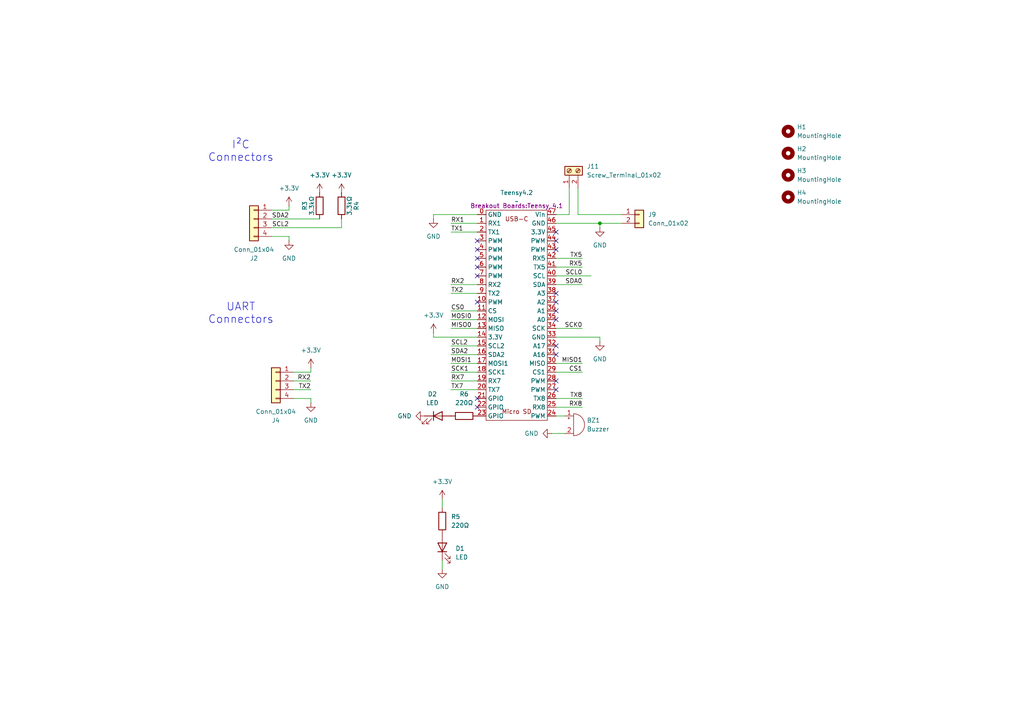
<source format=kicad_sch>
(kicad_sch (version 20231120) (generator "eeschema") (generator_version "8.0")
  (paper "A4")
  (lib_symbols
    (symbol "Breakout Boards:Teensy_4.1"
      (property "Reference" "Teensy4.1" (at 0 0 90))
      (property "Footprint" "Breakout Boards:Teensy_4.1" (at 0 0 0))
      (symbol "Teensy_4.1_0_1"
        (rectangle (start -8.89 30.48) (end 8.89 -30.48))
      )
      (symbol "Teensy_4.1_1_1"
        (text "Micro SD" (at 0 -27.94 0) (effects (font (size 1.27 1.27))))
        (text "USB-C" (at 0 27.94 0) (effects (font (size 1.27 1.27))))
        (pin input line (at -11.43 29.21 0) (length 2.54) (name "GND") (number "0"))
        (pin input line (at -11.43 26.67 0) (length 2.54) (name "RX1") (number "1"))
        (pin input line (at -11.43 3.81 0) (length 2.54) (name "PWM") (number "10"))
        (pin input line (at -11.43 1.27 0) (length 2.54) (name "CS") (number "11"))
        (pin input line (at -11.43 -1.27 0) (length 2.54) (name "MOSI") (number "12"))
        (pin input line (at -11.43 -3.81 0) (length 2.54) (name "MISO") (number "13"))
        (pin input line (at -11.43 -6.35 0) (length 2.54) (name "3.3V") (number "14"))
        (pin input line (at -11.43 -8.89 0) (length 2.54) (name "SCL2") (number "15"))
        (pin input line (at -11.43 -11.43 0) (length 2.54) (name "SDA2") (number "16"))
        (pin input line (at -11.43 -13.97 0) (length 2.54) (name "MOSI1") (number "17"))
        (pin input line (at -11.43 -16.51 0) (length 2.54) (name "SCK1") (number "18"))
        (pin input line (at -11.43 -19.05 0) (length 2.54) (name "RX7") (number "19"))
        (pin input line (at -11.43 24.13 0) (length 2.54) (name "TX1") (number "2"))
        (pin input line (at -11.43 -21.59 0) (length 2.54) (name "TX7") (number "20"))
        (pin input line (at -11.43 -24.13 0) (length 2.54) (name "GPIO") (number "21"))
        (pin input line (at -11.43 -26.67 0) (length 2.54) (name "GPIO") (number "22"))
        (pin input line (at -11.43 -29.21 0) (length 2.54) (name "GPIO") (number "23"))
        (pin input line (at 11.43 -29.21 180) (length 2.54) (name "PWM") (number "24"))
        (pin input line (at 11.43 -26.67 180) (length 2.54) (name "RX8") (number "25"))
        (pin input line (at 11.43 -24.13 180) (length 2.54) (name "TX8") (number "26"))
        (pin input line (at 11.43 -21.59 180) (length 2.54) (name "PWM") (number "27"))
        (pin input line (at 11.43 -19.05 180) (length 2.54) (name "PWM") (number "28"))
        (pin input line (at 11.43 -16.51 180) (length 2.54) (name "CS1") (number "29"))
        (pin input line (at -11.43 21.59 0) (length 2.54) (name "PWM") (number "3"))
        (pin input line (at 11.43 -13.97 180) (length 2.54) (name "MISO") (number "30"))
        (pin input line (at 11.43 -11.43 180) (length 2.54) (name "A16") (number "31"))
        (pin input line (at 11.43 -8.89 180) (length 2.54) (name "A17") (number "32"))
        (pin input line (at 11.43 -6.35 180) (length 2.54) (name "GND") (number "33"))
        (pin input line (at 11.43 -3.81 180) (length 2.54) (name "SCK") (number "34"))
        (pin input line (at 11.43 -1.27 180) (length 2.54) (name "A0") (number "35"))
        (pin input line (at 11.43 1.27 180) (length 2.54) (name "A1") (number "36"))
        (pin input line (at 11.43 3.81 180) (length 2.54) (name "A2") (number "37"))
        (pin input line (at 11.43 6.35 180) (length 2.54) (name "A3") (number "38"))
        (pin input line (at 11.43 8.89 180) (length 2.54) (name "SDA") (number "39"))
        (pin input line (at -11.43 19.05 0) (length 2.54) (name "PWM") (number "4"))
        (pin input line (at 11.43 11.43 180) (length 2.54) (name "SCL") (number "40"))
        (pin input line (at 11.43 13.97 180) (length 2.54) (name "TX5") (number "41"))
        (pin input line (at 11.43 16.51 180) (length 2.54) (name "RX5") (number "42"))
        (pin input line (at 11.43 19.05 180) (length 2.54) (name "PWM") (number "43"))
        (pin input line (at 11.43 21.59 180) (length 2.54) (name "PWM") (number "44"))
        (pin input line (at 11.43 24.13 180) (length 2.54) (name "3.3V") (number "45"))
        (pin input line (at 11.43 26.67 180) (length 2.54) (name "GND") (number "46"))
        (pin input line (at 11.43 29.21 180) (length 2.54) (name "Vin") (number "47"))
        (pin input line (at -11.43 16.51 0) (length 2.54) (name "PWM") (number "5"))
        (pin input line (at -11.43 13.97 0) (length 2.54) (name "PWM") (number "6"))
        (pin input line (at -11.43 11.43 0) (length 2.54) (name "PWM") (number "7"))
        (pin input line (at -11.43 8.89 0) (length 2.54) (name "RX2") (number "8"))
        (pin input line (at -11.43 6.35 0) (length 2.54) (name "TX2") (number "9"))
      )
    )
    (symbol "Connector:Screw_Terminal_01x02" (pin_names (offset 1.016) hide)
      (property "Reference" "J" (at 0 2.54 0))
      (property "Value" "Screw_Terminal_01x02" (at 0 -5.08 0))
      (symbol "Screw_Terminal_01x02_1_1"
        (rectangle (start -1.27 1.27) (end 1.27 -3.81) (stroke (width 0.254)) (fill (type background)))
        (circle (center 0 -2.54) (radius 0.635) (stroke (width 0.1524)))
        (polyline (pts (xy -0.5334 -2.2098) (xy 0.3302 -3.048)) (stroke (width 0.1524)))
        (polyline (pts (xy -0.5334 0.3302) (xy 0.3302 -0.508)) (stroke (width 0.1524)))
        (polyline (pts (xy -0.3556 -2.032) (xy 0.508 -2.8702)) (stroke (width 0.1524)))
        (polyline (pts (xy -0.3556 0.508) (xy 0.508 -0.3302)) (stroke (width 0.1524)))
        (circle (center 0 0) (radius 0.635) (stroke (width 0.1524)))
        (pin passive line (at -5.08 0 0) (length 3.81) (name "Pin_1") (number "1"))
        (pin passive line (at -5.08 -2.54 0) (length 3.81) (name "Pin_2") (number "2"))
      )
    )
    (symbol "Connector_Generic:Conn_01x02" (pin_names (offset 1.016) hide)
      (property "Reference" "J" (at 0 2.54 0))
      (property "Value" "Conn_01x02" (at 0 -5.08 0))
      (symbol "Conn_01x02_1_1"
        (rectangle (start -1.27 -2.413) (end 0 -2.667) (stroke (width 0.1524)))
        (rectangle (start -1.27 0.127) (end 0 -0.127) (stroke (width 0.1524)))
        (rectangle (start -1.27 1.27) (end 1.27 -3.81) (stroke (width 0.254)) (fill (type background)))
        (pin passive line (at -5.08 0 0) (length 3.81) (name "Pin_1") (number "1"))
        (pin passive line (at -5.08 -2.54 0) (length 3.81) (name "Pin_2") (number "2"))
      )
    )
    (symbol "Connector_Generic:Conn_01x04" (pin_names (offset 1.016) hide)
      (property "Reference" "J" (at 0 5.08 0))
      (property "Value" "Conn_01x04" (at 0 -7.62 0))
      (symbol "Conn_01x04_1_1"
        (rectangle (start -1.27 -4.953) (end 0 -5.207) (stroke (width 0.1524)))
        (rectangle (start -1.27 -2.413) (end 0 -2.667) (stroke (width 0.1524)))
        (rectangle (start -1.27 0.127) (end 0 -0.127) (stroke (width 0.1524)))
        (rectangle (start -1.27 2.667) (end 0 2.413) (stroke (width 0.1524)))
        (rectangle (start -1.27 3.81) (end 1.27 -6.35) (stroke (width 0.254)) (fill (type background)))
        (pin passive line (at -5.08 2.54 0) (length 3.81) (name "Pin_1") (number "1"))
        (pin passive line (at -5.08 0 0) (length 3.81) (name "Pin_2") (number "2"))
        (pin passive line (at -5.08 -2.54 0) (length 3.81) (name "Pin_3") (number "3"))
        (pin passive line (at -5.08 -5.08 0) (length 3.81) (name "Pin_4") (number "4"))
      )
    )
    (symbol "Device:Buzzer" (pin_names (offset 0.0254) hide)
      (property "Reference" "BZ" (at 3.81 1.27 0))
      (property "Value" "Buzzer" (at 3.81 -1.27 0))
      (symbol "Buzzer_0_1"
        (arc (start 0 -3.175) (mid 3.1612 0) (end 0 3.175))
        (polyline (pts (xy -1.651 1.905) (xy -1.143 1.905)))
        (polyline (pts (xy -1.397 2.159) (xy -1.397 1.651)))
        (polyline (pts (xy 0 3.175) (xy 0 -3.175)))
      )
      (symbol "Buzzer_1_1"
        (pin passive line (at -2.54 2.54 0) (length 2.54) (name "+") (number "1"))
        (pin passive line (at -2.54 -2.54 0) (length 2.54) (name "-") (number "2"))
      )
    )
    (symbol "Device:LED" (pin_numbers hide) (pin_names (offset 1.016) hide)
      (property "Reference" "D" (at 0 2.54 0))
      (property "Value" "LED" (at 0 -2.54 0))
      (symbol "LED_0_1"
        (polyline (pts (xy -1.27 -1.27) (xy -1.27 1.27)) (stroke (width 0.254)))
        (polyline (pts (xy -1.27 0) (xy 1.27 0)))
        (polyline (pts (xy 1.27 -1.27) (xy 1.27 1.27) (xy -1.27 0) (xy 1.27 -1.27)) (stroke (width 0.254)))
        (polyline (pts (xy -3.048 -0.762) (xy -4.572 -2.286) (xy -3.81 -2.286) (xy -4.572 -2.286) (xy -4.572 -1.524)))
        (polyline (pts (xy -1.778 -0.762) (xy -3.302 -2.286) (xy -2.54 -2.286) (xy -3.302 -2.286) (xy -3.302 -1.524)))
      )
      (symbol "LED_1_1"
        (pin passive line (at -3.81 0 0) (length 2.54) (name "K") (number "1"))
        (pin passive line (at 3.81 0 180) (length 2.54) (name "A") (number "2"))
      )
    )
    (symbol "Device:R" (pin_numbers hide) (pin_names (offset 0))
      (property "Reference" "R" (at 2.032 0 90))
      (property "Value" "R" (at 0 0 90))
      (symbol "R_0_1"
        (rectangle (start -1.016 -2.54) (end 1.016 2.54) (stroke (width 0.254)))
      )
      (symbol "R_1_1"
        (pin passive line (at 0 3.81 270) (length 1.27) (name "~") (number "1"))
        (pin passive line (at 0 -3.81 90) (length 1.27) (name "~") (number "2"))
      )
    )
    (symbol "Mechanical:MountingHole" (pin_names (offset 1.016)) (exclude_from_sim yes) (in_bom no)
      (property "Reference" "H" (at 0 5.08 0))
      (property "Value" "MountingHole" (at 0 3.175 0))
      (symbol "MountingHole_0_1"
        (circle (center 0 0) (radius 1.27) (stroke (width 1.27)))
      )
    )
    (symbol "power:+3.3V" (power) (pin_numbers hide) (pin_names (offset 0) hide)
      (property "Value" "+3.3V" (at 0 3.556 0))
      (symbol "+3.3V_0_1"
        (polyline (pts (xy -0.762 1.27) (xy 0 2.54)))
        (polyline (pts (xy 0 0) (xy 0 2.54)))
        (polyline (pts (xy 0 2.54) (xy 0.762 1.27)))
      )
      (symbol "+3.3V_1_1"
        (pin power_in line (at 0 0 90) (length 0) (name "~") (number "1"))
      )
    )
    (symbol "power:GND" (power) (pin_numbers hide) (pin_names (offset 0) hide)
      (property "Value" "GND" (at 0 -3.81 0))
      (symbol "GND_0_1"
        (polyline (pts (xy 0 0) (xy 0 -1.27) (xy 1.27 -1.27) (xy 0 -2.54) (xy -1.27 -1.27) (xy 0 -1.27)))
      )
      (symbol "GND_1_1"
        (pin power_in line (at 0 0 270) (length 0) (name "~") (number "1"))
      )
    )
  )
  (junction (at 173.99 64.77))
  (no_connect (at 161.29 69.85))
  (no_connect (at 161.29 90.17))
  (no_connect (at 161.29 113.03))
  (no_connect (at 138.43 74.93))
  (no_connect (at 161.29 72.39))
  (no_connect (at 161.29 87.63))
  (no_connect (at 161.29 110.49))
  (no_connect (at 161.29 102.87))
  (no_connect (at 161.29 67.31))
  (no_connect (at 138.43 77.47))
  (no_connect (at 138.43 69.85))
  (no_connect (at 161.29 92.71))
  (no_connect (at 138.43 118.11))
  (no_connect (at 161.29 100.33))
  (no_connect (at 138.43 87.63))
  (no_connect (at 138.43 72.39))
  (no_connect (at 138.43 80.01))
  (no_connect (at 138.43 115.57))
  (no_connect (at 161.29 85.09))
  (wire (pts (xy 130.81 110.49) (xy 138.43 110.49)))
  (wire (pts (xy 78.74 63.5) (xy 92.71 63.5)))
  (wire (pts (xy 165.1 54.61) (xy 165.1 62.23)))
  (wire (pts (xy 130.81 64.77) (xy 138.43 64.77)))
  (wire (pts (xy 85.09 107.95) (xy 90.17 107.95)))
  (wire (pts (xy 173.99 66.04) (xy 173.99 64.77)))
  (wire (pts (xy 85.09 110.49) (xy 90.17 110.49)))
  (wire (pts (xy 168.91 118.11) (xy 161.29 118.11)))
  (wire (pts (xy 168.91 77.47) (xy 161.29 77.47)))
  (wire (pts (xy 130.81 107.95) (xy 138.43 107.95)))
  (wire (pts (xy 78.74 60.96) (xy 83.82 60.96)))
  (wire (pts (xy 130.81 82.55) (xy 138.43 82.55)))
  (wire (pts (xy 130.81 100.33) (xy 138.43 100.33)))
  (wire (pts (xy 90.17 106.68) (xy 90.17 107.95)))
  (wire (pts (xy 165.1 62.23) (xy 161.29 62.23)))
  (wire (pts (xy 83.82 59.69) (xy 83.82 60.96)))
  (wire (pts (xy 160.02 125.73) (xy 163.83 125.73)))
  (wire (pts (xy 99.06 63.5) (xy 99.06 66.04)))
  (wire (pts (xy 130.81 67.31) (xy 138.43 67.31)))
  (wire (pts (xy 83.82 68.58) (xy 83.82 69.85)))
  (wire (pts (xy 130.81 90.17) (xy 138.43 90.17)))
  (wire (pts (xy 125.73 62.23) (xy 138.43 62.23)))
  (wire (pts (xy 128.27 165.1) (xy 128.27 162.56)))
  (wire (pts (xy 78.74 68.58) (xy 83.82 68.58)))
  (wire (pts (xy 161.29 107.95) (xy 168.91 107.95)))
  (wire (pts (xy 138.43 97.79) (xy 125.73 97.79)))
  (wire (pts (xy 180.34 62.23) (xy 167.64 62.23)))
  (wire (pts (xy 168.91 74.93) (xy 161.29 74.93)))
  (wire (pts (xy 161.29 97.79) (xy 173.99 97.79)))
  (wire (pts (xy 85.09 113.03) (xy 90.17 113.03)))
  (wire (pts (xy 130.81 102.87) (xy 138.43 102.87)))
  (wire (pts (xy 130.81 92.71) (xy 138.43 92.71)))
  (wire (pts (xy 161.29 105.41) (xy 168.91 105.41)))
  (wire (pts (xy 130.81 105.41) (xy 138.43 105.41)))
  (wire (pts (xy 125.73 63.5) (xy 125.73 62.23)))
  (wire (pts (xy 167.64 62.23) (xy 167.64 54.61)))
  (wire (pts (xy 173.99 64.77) (xy 180.34 64.77)))
  (wire (pts (xy 161.29 80.01) (xy 171.45 80.01)))
  (wire (pts (xy 168.91 115.57) (xy 161.29 115.57)))
  (wire (pts (xy 161.29 64.77) (xy 173.99 64.77)))
  (wire (pts (xy 130.81 85.09) (xy 138.43 85.09)))
  (wire (pts (xy 161.29 95.25) (xy 168.91 95.25)))
  (wire (pts (xy 161.29 120.65) (xy 163.83 120.65)))
  (wire (pts (xy 125.73 96.52) (xy 125.73 97.79)))
  (wire (pts (xy 130.81 95.25) (xy 138.43 95.25)))
  (wire (pts (xy 128.27 144.78) (xy 128.27 147.32)))
  (wire (pts (xy 161.29 82.55) (xy 168.91 82.55)))
  (wire (pts (xy 90.17 115.57) (xy 90.17 116.84)))
  (wire (pts (xy 85.09 115.57) (xy 90.17 115.57)))
  (wire (pts (xy 78.74 66.04) (xy 99.06 66.04)))
  (wire (pts (xy 130.81 113.03) (xy 138.43 113.03)))
  (wire (pts (xy 173.99 97.79) (xy 173.99 99.06)))
  (text "I²C\nConnectors" (at 69.85 43.942 0) (effects (font (size 2.27 2.27))))
  (text "UART\nConnectors" (at 69.85 90.932 0) (effects (font (size 2.27 2.27))))
  (label "RX1" (at 130.81 64.77 0))
  (label "SDA2" (at 130.81 102.87 0))
  (label "RX7" (at 130.81 110.49 0))
  (label "SDA0" (at 168.91 82.55 180))
  (label "MOSI1" (at 130.81 105.41 0))
  (label "SCL2" (at 130.81 100.33 0))
  (label "TX2" (at 130.81 85.09 0))
  (label "MISO0" (at 130.81 95.25 0))
  (label "TX2" (at 90.17 113.03 180))
  (label "MISO1" (at 168.91 105.41 180))
  (label "TX1" (at 130.81 67.31 0))
  (label "TX8" (at 168.91 115.57 180))
  (label "CS0" (at 130.81 90.17 0))
  (label "SCK0" (at 168.91 95.25 180))
  (label "MOSI0" (at 130.81 92.71 0))
  (label "TX5" (at 168.91 74.93 180))
  (label "RX2" (at 90.17 110.49 180))
  (label "RX5" (at 168.91 77.47 180))
  (label "SCL0" (at 168.91 80.01 180))
  (label "TX7" (at 130.81 113.03 0))
  (label "SCL2" (at 83.82 66.04 180))
  (label "SCK1" (at 130.81 107.95 0))
  (label "SDA2" (at 83.82 63.5 180))
  (label "CS1" (at 168.91 107.95 180))
  (label "RX8" (at 168.91 118.11 180))
  (label "RX2" (at 130.81 82.55 0))
  (symbol (lib_id "Mechanical:MountingHole") (at 228.6 57.15 0) (unit 1) (exclude_from_sim yes) (in_bom no)
    (property "Reference" "H4" (at 231.14 55.8799 0) (effects (justify left)))
    (property "Value" "MountingHole" (at 231.14 58.4199 0) (effects (justify left)))
    (property "Footprint" "MountingHole:MountingHole_3.2mm_M3" (effects (hide yes)))
    (property "Description" "Mounting Hole without connection" (effects (hide yes)))
  )
  (symbol (lib_id "power:+3.3V") (at 99.06 55.88 0) (unit 1)
    (property "Reference" "#PWR026" (effects (hide yes)))
    (property "Value" "+3.3V" (at 99.06 50.8 0))
    (property "Description" "Power symbol creates a global label with name \"+3.3V\"" (effects (hide yes)))
  )
  (symbol (lib_id "power:+3.3V") (at 90.17 106.68 0) (unit 1)
    (property "Reference" "#PWR012" (effects (hide yes)))
    (property "Value" "+3.3V" (at 90.17 101.6 0))
    (property "Description" "Power symbol creates a global label with name \"+3.3V\"" (effects (hide yes)))
  )
  (symbol (lib_id "Breakout Boards:Teensy_4.1") (at 149.86 91.44 0) (unit 1)
    (property "Reference" "Teensy4.2" (at 149.86 55.88 0))
    (property "Value" "~" (at 149.86 58.42 0))
    (property "Footprint" "Breakout Boards:Teensy_4.1" (at 149.86 59.69 0))
  )
  (symbol (lib_id "power:+3.3V") (at 125.73 96.52 0) (unit 1)
    (property "Reference" "#PWR09" (effects (hide yes)))
    (property "Value" "+3.3V" (at 125.73 91.44 0))
    (property "Description" "Power symbol creates a global label with name \"+3.3V\"" (effects (hide yes)))
  )
  (symbol (lib_id "power:+3.3V") (at 83.82 59.69 0) (unit 1)
    (property "Reference" "#PWR05" (effects (hide yes)))
    (property "Value" "+3.3V" (at 83.82 54.61 0))
    (property "Description" "Power symbol creates a global label with name \"+3.3V\"" (effects (hide yes)))
  )
  (symbol (lib_id "Device:LED") (at 128.27 158.75 90) (unit 1)
    (property "Reference" "D1" (at 132.08 159.0674 90) (effects (justify right)))
    (property "Value" "LED" (at 132.08 161.6074 90) (effects (justify right)))
    (property "Footprint" "LED_SMD:LED_0805_2012Metric_Pad1.15x1.40mm_HandSolder" (effects (hide yes)))
    (property "Description" "Light emitting diode" (effects (hide yes)))
  )
  (symbol (lib_id "Mechanical:MountingHole") (at 228.6 44.45 0) (unit 1) (exclude_from_sim yes) (in_bom no)
    (property "Reference" "H2" (at 231.14 43.1799 0) (effects (justify left)))
    (property "Value" "MountingHole" (at 231.14 45.7199 0) (effects (justify left)))
    (property "Footprint" "MountingHole:MountingHole_3.2mm_M3" (effects (hide yes)))
    (property "Description" "Mounting Hole without connection" (effects (hide yes)))
  )
  (symbol (lib_id "Mechanical:MountingHole") (at 228.6 50.8 0) (unit 1) (exclude_from_sim yes) (in_bom no)
    (property "Reference" "H3" (at 231.14 49.5299 0) (effects (justify left)))
    (property "Value" "MountingHole" (at 231.14 52.0699 0) (effects (justify left)))
    (property "Footprint" "MountingHole:MountingHole_3.2mm_M3" (effects (hide yes)))
    (property "Description" "Mounting Hole without connection" (effects (hide yes)))
  )
  (symbol (lib_id "Device:R") (at 99.06 59.69 0) (unit 1)
    (property "Reference" "R4" (at 103.378 59.69 90))
    (property "Value" "3.3kΩ" (at 101.346 59.69 90))
    (property "Footprint" "Resistor_SMD:R_0805_2012Metric_Pad1.20x1.40mm_HandSolder" (effects (hide yes)))
    (property "Description" "Resistor" (effects (hide yes)))
  )
  (symbol (lib_id "power:GND") (at 125.73 63.5 0) (unit 1)
    (property "Reference" "#PWR01" (effects (hide yes)))
    (property "Value" "GND" (at 125.73 68.58 0))
    (property "Description" "Power symbol creates a global label with name \"GND\" , ground" (effects (hide yes)))
  )
  (symbol (lib_id "power:+3.3V") (at 92.71 55.88 0) (unit 1)
    (property "Reference" "#PWR025" (effects (hide yes)))
    (property "Value" "+3.3V" (at 92.71 50.8 0))
    (property "Description" "Power symbol creates a global label with name \"+3.3V\"" (effects (hide yes)))
  )
  (symbol (lib_id "Mechanical:MountingHole") (at 228.6 38.1 0) (unit 1) (exclude_from_sim yes) (in_bom no)
    (property "Reference" "H1" (at 231.14 36.8299 0) (effects (justify left)))
    (property "Value" "MountingHole" (at 231.14 39.3699 0) (effects (justify left)))
    (property "Footprint" "MountingHole:MountingHole_3.2mm_M3" (effects (hide yes)))
    (property "Description" "Mounting Hole without connection" (effects (hide yes)))
  )
  (symbol (lib_id "power:GND") (at 173.99 99.06 0) (unit 1)
    (property "Reference" "#PWR02" (effects (hide yes)))
    (property "Value" "GND" (at 173.99 104.14 0))
    (property "Description" "Power symbol creates a global label with name \"GND\" , ground" (effects (hide yes)))
  )
  (symbol (lib_id "Connector_Generic:Conn_01x02") (at 185.42 62.23 0) (unit 1)
    (property "Reference" "J9" (at 187.96 62.2299 0) (effects (justify left)))
    (property "Value" "Conn_01x02" (at 187.96 64.7699 0) (effects (justify left)))
    (property "Footprint" "Connector_JST:JST_EH_B2B-EH-A_1x02_P2.50mm_Vertical" (effects (hide yes)))
    (property "Description" "Generic connector, single row, 01x02, script generated (kicad-library-utils/schlib/autogen/connector/)" (effects (hide yes)))
  )
  (symbol (lib_id "Device:R") (at 134.62 120.65 90) (unit 1)
    (property "Reference" "R6" (at 134.62 114.3 90))
    (property "Value" "220Ω" (at 134.62 116.84 90))
    (property "Footprint" "Resistor_SMD:R_0805_2012Metric_Pad1.20x1.40mm_HandSolder" (effects (hide yes)))
    (property "Description" "Resistor" (effects (hide yes)))
  )
  (symbol (lib_id "Device:LED") (at 127 120.65 0) (unit 1)
    (property "Reference" "D2" (at 125.4125 114.3 0))
    (property "Value" "LED" (at 125.4125 116.84 0))
    (property "Footprint" "LED_SMD:LED_0805_2012Metric_Pad1.15x1.40mm_HandSolder" (effects (hide yes)))
    (property "Description" "Light emitting diode" (effects (hide yes)))
  )
  (symbol (lib_id "power:GND") (at 90.17 116.84 0) (unit 1)
    (property "Reference" "#PWR013" (effects (hide yes)))
    (property "Value" "GND" (at 90.17 121.92 0))
    (property "Description" "Power symbol creates a global label with name \"GND\" , ground" (effects (hide yes)))
  )
  (symbol (lib_id "power:+3.3V") (at 128.27 144.78 0) (unit 1)
    (property "Reference" "#PWR028" (effects (hide yes)))
    (property "Value" "+3.3V" (at 128.27 139.7 0))
    (property "Description" "Power symbol creates a global label with name \"+3.3V\"" (effects (hide yes)))
  )
  (symbol (lib_id "Connector_Generic:Conn_01x04") (at 73.66 63.5 0) (mirror y) (unit 1)
    (property "Reference" "J2" (at 73.66 74.93 0))
    (property "Value" "Conn_01x04" (at 73.66 72.39 0))
    (property "Footprint" "Connector_JST:JST_EH_B4B-EH-A_1x04_P2.50mm_Vertical" (effects (hide yes)))
    (property "Description" "Generic connector, single row, 01x04, script generated (kicad-library-utils/schlib/autogen/connector/)" (effects (hide yes)))
  )
  (symbol (lib_id "power:GND") (at 123.19 120.65 270) (unit 1)
    (property "Reference" "#PWR030" (effects (hide yes)))
    (property "Value" "GND" (at 119.38 120.6499 90) (effects (justify right)))
    (property "Description" "Power symbol creates a global label with name \"GND\" , ground" (effects (hide yes)))
  )
  (symbol (lib_id "power:GND") (at 160.02 125.73 270) (unit 1)
    (property "Reference" "#PWR029" (effects (hide yes)))
    (property "Value" "GND" (at 156.21 125.7299 90) (effects (justify right)))
    (property "Description" "Power symbol creates a global label with name \"GND\" , ground" (effects (hide yes)))
  )
  (symbol (lib_id "Connector_Generic:Conn_01x04") (at 80.01 110.49 0) (mirror y) (unit 1)
    (property "Reference" "J4" (at 80.01 121.92 0))
    (property "Value" "Conn_01x04" (at 80.01 119.38 0))
    (property "Footprint" "Connector_JST:JST_EH_B4B-EH-A_1x04_P2.50mm_Vertical" (effects (hide yes)))
    (property "Description" "Generic connector, single row, 01x04, script generated (kicad-library-utils/schlib/autogen/connector/)" (effects (hide yes)))
  )
  (symbol (lib_id "power:GND") (at 128.27 165.1 0) (unit 1)
    (property "Reference" "#PWR027" (effects (hide yes)))
    (property "Value" "GND" (at 128.27 170.18 0))
    (property "Description" "Power symbol creates a global label with name \"GND\" , ground" (effects (hide yes)))
  )
  (symbol (lib_id "Device:R") (at 92.71 59.69 180) (unit 1)
    (property "Reference" "R3" (at 88.392 59.69 90))
    (property "Value" "3.3kΩ" (at 90.424 59.69 90))
    (property "Footprint" "Resistor_SMD:R_0805_2012Metric_Pad1.20x1.40mm_HandSolder" (effects (hide yes)))
    (property "Description" "Resistor" (effects (hide yes)))
  )
  (symbol (lib_id "power:GND") (at 173.99 66.04 0) (unit 1)
    (property "Reference" "#PWR07" (effects (hide yes)))
    (property "Value" "GND" (at 173.99 71.12 0))
    (property "Description" "Power symbol creates a global label with name \"GND\" , ground" (effects (hide yes)))
  )
  (symbol (lib_id "Device:Buzzer") (at 166.37 123.19 0) (unit 1)
    (property "Reference" "BZ1" (at 170.18 121.9199 0) (effects (justify left)))
    (property "Value" "Buzzer" (at 170.18 124.4599 0) (effects (justify left)))
    (property "Footprint" "Avionics:Adafruit_Buzzer" (effects (hide yes)))
    (property "Description" "Buzzer, polarized" (effects (hide yes)))
  )
  (symbol (lib_id "Device:R") (at 128.27 151.13 0) (unit 1)
    (property "Reference" "R5" (at 130.81 149.8599 0) (effects (justify left)))
    (property "Value" "220Ω" (at 130.81 152.3999 0) (effects (justify left)))
    (property "Footprint" "Resistor_SMD:R_0805_2012Metric_Pad1.20x1.40mm_HandSolder" (effects (hide yes)))
    (property "Description" "Resistor" (effects (hide yes)))
  )
  (symbol (lib_id "Connector:Screw_Terminal_01x02") (at 165.1 49.53 90) (unit 1)
    (property "Reference" "J11" (at 170.18 48.2599 90) (effects (justify right)))
    (property "Value" "Screw_Terminal_01x02" (at 170.18 50.7999 90) (effects (justify right)))
    (property "Footprint" "TerminalBlock:TerminalBlock_Xinya_XY308-2.54-2P_1x02_P2.54mm_Horizontal" (effects (hide yes)))
    (property "Description" "Generic screw terminal, single row, 01x02, script generated (kicad-library-utils/schlib/autogen/connector/)" (effects (hide yes)))
  )
  (symbol (lib_id "power:GND") (at 83.82 69.85 0) (unit 1)
    (property "Reference" "#PWR06" (effects (hide yes)))
    (property "Value" "GND" (at 83.82 74.93 0))
    (property "Description" "Power symbol creates a global label with name \"GND\" , ground" (effects (hide yes)))
  )
)
</source>
